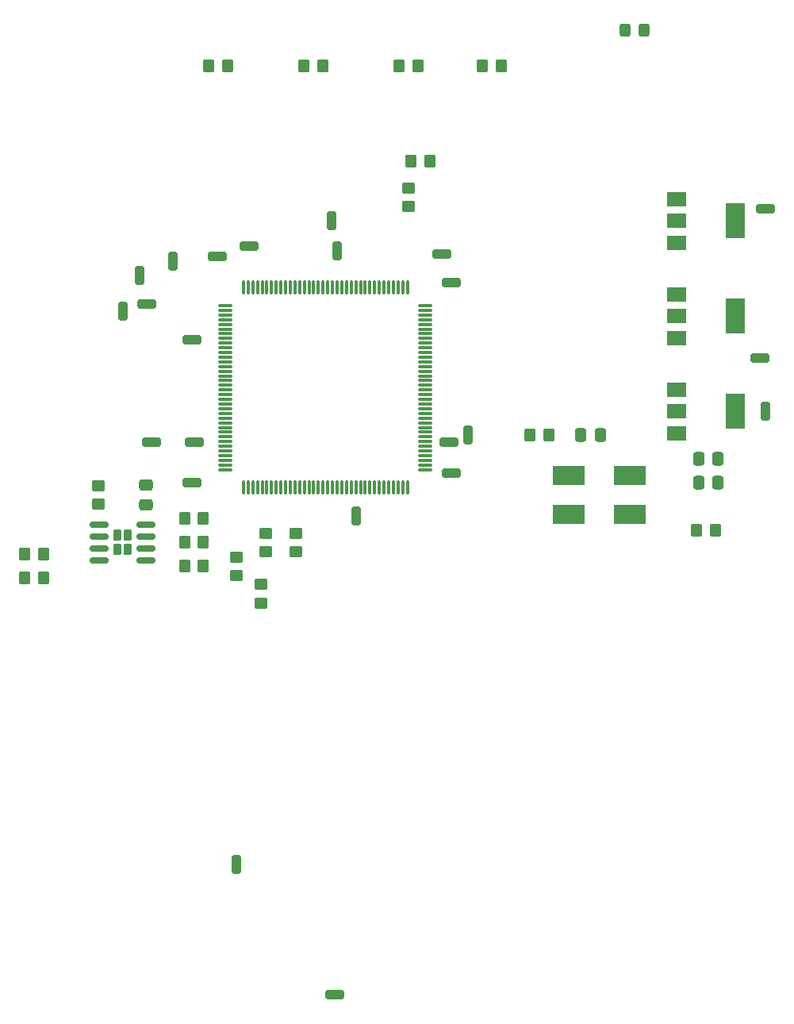
<source format=gbr>
%TF.GenerationSoftware,KiCad,Pcbnew,6.0.5-2.fc34*%
%TF.CreationDate,2022-08-16T02:23:23+03:00*%
%TF.ProjectId,spartan3,73706172-7461-46e3-932e-6b696361645f,rev?*%
%TF.SameCoordinates,Original*%
%TF.FileFunction,Paste,Bot*%
%TF.FilePolarity,Positive*%
%FSLAX46Y46*%
G04 Gerber Fmt 4.6, Leading zero omitted, Abs format (unit mm)*
G04 Created by KiCad (PCBNEW 6.0.5-2.fc34) date 2022-08-16 02:23:23*
%MOMM*%
%LPD*%
G01*
G04 APERTURE LIST*
G04 Aperture macros list*
%AMRoundRect*
0 Rectangle with rounded corners*
0 $1 Rounding radius*
0 $2 $3 $4 $5 $6 $7 $8 $9 X,Y pos of 4 corners*
0 Add a 4 corners polygon primitive as box body*
4,1,4,$2,$3,$4,$5,$6,$7,$8,$9,$2,$3,0*
0 Add four circle primitives for the rounded corners*
1,1,$1+$1,$2,$3*
1,1,$1+$1,$4,$5*
1,1,$1+$1,$6,$7*
1,1,$1+$1,$8,$9*
0 Add four rect primitives between the rounded corners*
20,1,$1+$1,$2,$3,$4,$5,0*
20,1,$1+$1,$4,$5,$6,$7,0*
20,1,$1+$1,$6,$7,$8,$9,0*
20,1,$1+$1,$8,$9,$2,$3,0*%
G04 Aperture macros list end*
%ADD10RoundRect,0.150000X0.825000X0.150000X-0.825000X0.150000X-0.825000X-0.150000X0.825000X-0.150000X0*%
%ADD11RoundRect,0.230000X0.230000X0.375000X-0.230000X0.375000X-0.230000X-0.375000X0.230000X-0.375000X0*%
%ADD12RoundRect,0.250000X-0.337500X-0.475000X0.337500X-0.475000X0.337500X0.475000X-0.337500X0.475000X0*%
%ADD13R,2.000000X1.500000*%
%ADD14R,2.000000X3.800000*%
%ADD15RoundRect,0.250000X0.250000X0.750000X-0.250000X0.750000X-0.250000X-0.750000X0.250000X-0.750000X0*%
%ADD16RoundRect,0.250000X0.350000X0.450000X-0.350000X0.450000X-0.350000X-0.450000X0.350000X-0.450000X0*%
%ADD17RoundRect,0.075000X0.662500X0.075000X-0.662500X0.075000X-0.662500X-0.075000X0.662500X-0.075000X0*%
%ADD18RoundRect,0.075000X0.075000X0.662500X-0.075000X0.662500X-0.075000X-0.662500X0.075000X-0.662500X0*%
%ADD19RoundRect,0.250000X-0.450000X0.350000X-0.450000X-0.350000X0.450000X-0.350000X0.450000X0.350000X0*%
%ADD20RoundRect,0.250000X-0.750000X0.250000X-0.750000X-0.250000X0.750000X-0.250000X0.750000X0.250000X0*%
%ADD21RoundRect,0.250000X0.750000X-0.250000X0.750000X0.250000X-0.750000X0.250000X-0.750000X-0.250000X0*%
%ADD22RoundRect,0.250000X-0.475000X0.337500X-0.475000X-0.337500X0.475000X-0.337500X0.475000X0.337500X0*%
%ADD23RoundRect,0.250000X0.337500X0.475000X-0.337500X0.475000X-0.337500X-0.475000X0.337500X-0.475000X0*%
%ADD24RoundRect,0.250000X0.325000X0.450000X-0.325000X0.450000X-0.325000X-0.450000X0.325000X-0.450000X0*%
%ADD25RoundRect,0.250000X0.450000X-0.350000X0.450000X0.350000X-0.450000X0.350000X-0.450000X-0.350000X0*%
%ADD26R,3.500000X2.000000*%
%ADD27RoundRect,0.250000X-0.250000X-0.750000X0.250000X-0.750000X0.250000X0.750000X-0.250000X0.750000X0*%
%ADD28RoundRect,0.250000X-0.350000X-0.450000X0.350000X-0.450000X0.350000X0.450000X-0.350000X0.450000X0*%
G04 APERTURE END LIST*
D10*
%TO.C,U_eeprom_0*%
X142240000Y-62865000D03*
X142240000Y-64135000D03*
X142240000Y-65405000D03*
X142240000Y-66675000D03*
X147190000Y-66675000D03*
X147190000Y-65405000D03*
X147190000Y-64135000D03*
X147190000Y-62865000D03*
D11*
X144145000Y-64020000D03*
X145285000Y-64020000D03*
X145285000Y-65520000D03*
X144145000Y-65520000D03*
%TD*%
D12*
%TO.C,C_clk_0*%
X206205000Y-55880000D03*
X208280000Y-55880000D03*
%TD*%
D13*
%TO.C,U_pwr_vcc_0*%
X203860000Y-32780000D03*
X203860000Y-30480000D03*
D14*
X210160000Y-30480000D03*
D13*
X203860000Y-28180000D03*
%TD*%
D15*
%TO.C,J_P128_0*%
X167005000Y-30480000D03*
%TD*%
D16*
%TO.C,R__eeprom_dq1_0*%
X153335000Y-64770000D03*
X151335000Y-64770000D03*
%TD*%
D17*
%TO.C,U_FPGA_0*%
X177032500Y-39510000D03*
X177032500Y-40010000D03*
X177032500Y-40510000D03*
X177032500Y-41010000D03*
X177032500Y-41510000D03*
X177032500Y-42010000D03*
X177032500Y-42510000D03*
X177032500Y-43010000D03*
X177032500Y-43510000D03*
X177032500Y-44010000D03*
X177032500Y-44510000D03*
X177032500Y-45010000D03*
X177032500Y-45510000D03*
X177032500Y-46010000D03*
X177032500Y-46510000D03*
X177032500Y-47010000D03*
X177032500Y-47510000D03*
X177032500Y-48010000D03*
X177032500Y-48510000D03*
X177032500Y-49010000D03*
X177032500Y-49510000D03*
X177032500Y-50010000D03*
X177032500Y-50510000D03*
X177032500Y-51010000D03*
X177032500Y-51510000D03*
X177032500Y-52010000D03*
X177032500Y-52510000D03*
X177032500Y-53010000D03*
X177032500Y-53510000D03*
X177032500Y-54010000D03*
X177032500Y-54510000D03*
X177032500Y-55010000D03*
X177032500Y-55510000D03*
X177032500Y-56010000D03*
X177032500Y-56510000D03*
X177032500Y-57010000D03*
D18*
X175120000Y-58922500D03*
X174620000Y-58922500D03*
X174120000Y-58922500D03*
X173620000Y-58922500D03*
X173120000Y-58922500D03*
X172620000Y-58922500D03*
X172120000Y-58922500D03*
X171620000Y-58922500D03*
X171120000Y-58922500D03*
X170620000Y-58922500D03*
X170120000Y-58922500D03*
X169620000Y-58922500D03*
X169120000Y-58922500D03*
X168620000Y-58922500D03*
X168120000Y-58922500D03*
X167620000Y-58922500D03*
X167120000Y-58922500D03*
X166620000Y-58922500D03*
X166120000Y-58922500D03*
X165620000Y-58922500D03*
X165120000Y-58922500D03*
X164620000Y-58922500D03*
X164120000Y-58922500D03*
X163620000Y-58922500D03*
X163120000Y-58922500D03*
X162620000Y-58922500D03*
X162120000Y-58922500D03*
X161620000Y-58922500D03*
X161120000Y-58922500D03*
X160620000Y-58922500D03*
X160120000Y-58922500D03*
X159620000Y-58922500D03*
X159120000Y-58922500D03*
X158620000Y-58922500D03*
X158120000Y-58922500D03*
X157620000Y-58922500D03*
D17*
X155707500Y-57010000D03*
X155707500Y-56510000D03*
X155707500Y-56010000D03*
X155707500Y-55510000D03*
X155707500Y-55010000D03*
X155707500Y-54510000D03*
X155707500Y-54010000D03*
X155707500Y-53510000D03*
X155707500Y-53010000D03*
X155707500Y-52510000D03*
X155707500Y-52010000D03*
X155707500Y-51510000D03*
X155707500Y-51010000D03*
X155707500Y-50510000D03*
X155707500Y-50010000D03*
X155707500Y-49510000D03*
X155707500Y-49010000D03*
X155707500Y-48510000D03*
X155707500Y-48010000D03*
X155707500Y-47510000D03*
X155707500Y-47010000D03*
X155707500Y-46510000D03*
X155707500Y-46010000D03*
X155707500Y-45510000D03*
X155707500Y-45010000D03*
X155707500Y-44510000D03*
X155707500Y-44010000D03*
X155707500Y-43510000D03*
X155707500Y-43010000D03*
X155707500Y-42510000D03*
X155707500Y-42010000D03*
X155707500Y-41510000D03*
X155707500Y-41010000D03*
X155707500Y-40510000D03*
X155707500Y-40010000D03*
X155707500Y-39510000D03*
D18*
X157620000Y-37597500D03*
X158120000Y-37597500D03*
X158620000Y-37597500D03*
X159120000Y-37597500D03*
X159620000Y-37597500D03*
X160120000Y-37597500D03*
X160620000Y-37597500D03*
X161120000Y-37597500D03*
X161620000Y-37597500D03*
X162120000Y-37597500D03*
X162620000Y-37597500D03*
X163120000Y-37597500D03*
X163620000Y-37597500D03*
X164120000Y-37597500D03*
X164620000Y-37597500D03*
X165120000Y-37597500D03*
X165620000Y-37597500D03*
X166120000Y-37597500D03*
X166620000Y-37597500D03*
X167120000Y-37597500D03*
X167620000Y-37597500D03*
X168120000Y-37597500D03*
X168620000Y-37597500D03*
X169120000Y-37597500D03*
X169620000Y-37597500D03*
X170120000Y-37597500D03*
X170620000Y-37597500D03*
X171120000Y-37597500D03*
X171620000Y-37597500D03*
X172120000Y-37597500D03*
X172620000Y-37597500D03*
X173120000Y-37597500D03*
X173620000Y-37597500D03*
X174120000Y-37597500D03*
X174620000Y-37597500D03*
X175120000Y-37597500D03*
%TD*%
D19*
%TO.C,R_M_0*%
X163195000Y-63770000D03*
X163195000Y-65770000D03*
%TD*%
D12*
%TO.C,C_clk_out_0*%
X193653500Y-53340000D03*
X195728500Y-53340000D03*
%TD*%
D16*
%TO.C,R_JTAG_TMS_0*%
X155940000Y-13970000D03*
X153940000Y-13970000D03*
%TD*%
D15*
%TO.C,J_TDO_0*%
X150114000Y-34798000D03*
%TD*%
D20*
%TO.C,J_P101_0*%
X152146000Y-43180000D03*
%TD*%
D19*
%TO.C,R_VS_0*%
X156845000Y-66310000D03*
X156845000Y-68310000D03*
%TD*%
D16*
%TO.C,R_JTAG_TDI_0*%
X185150000Y-13970000D03*
X183150000Y-13970000D03*
%TD*%
D21*
%TO.C,J_P114_0*%
X158242000Y-33147000D03*
%TD*%
D13*
%TO.C,U_pwr_aux_0*%
X203860000Y-53100000D03*
X203860000Y-50800000D03*
D14*
X210160000Y-50800000D03*
D13*
X203860000Y-48500000D03*
%TD*%
D19*
%TO.C,R_VS_2*%
X160020000Y-63770000D03*
X160020000Y-65770000D03*
%TD*%
D16*
%TO.C,R_JTAG_TDO_0*%
X176260000Y-13970000D03*
X174260000Y-13970000D03*
%TD*%
D20*
%TO.C,J_P78_0*%
X152400000Y-54102000D03*
%TD*%
D22*
%TO.C,C_eeprom_vcc_0*%
X147255000Y-58652500D03*
X147255000Y-60727500D03*
%TD*%
D23*
%TO.C,C_clk_1*%
X208280000Y-58420000D03*
X206205000Y-58420000D03*
%TD*%
D15*
%TO.C,J_VCC_aux_0*%
X213360000Y-50800000D03*
%TD*%
D20*
%TO.C,J_VCC_0*%
X213360000Y-29210000D03*
%TD*%
D16*
%TO.C,R_eeprom_w_0*%
X153335000Y-67310000D03*
X151335000Y-67310000D03*
%TD*%
D24*
%TO.C,F_pwr_0*%
X200415000Y-10160000D03*
X198365000Y-10160000D03*
%TD*%
D20*
%TO.C,J_P111_0*%
X154813000Y-34290000D03*
%TD*%
%TO.C,J_INIT_B_0*%
X167386000Y-113030000D03*
%TD*%
D16*
%TO.C,R_JTAG_TCK_0*%
X166100000Y-13970000D03*
X164100000Y-13970000D03*
%TD*%
D25*
%TO.C,R_HSWAP_EN_0*%
X175260000Y-28940000D03*
X175260000Y-26940000D03*
%TD*%
D16*
%TO.C,R_eeprom_spi_clk_pullup_0*%
X136255000Y-66040000D03*
X134255000Y-66040000D03*
%TD*%
D19*
%TO.C,R_eeprom_hold_0*%
X142175000Y-58690000D03*
X142175000Y-60690000D03*
%TD*%
D16*
%TO.C,R_clk_oe_0*%
X208010000Y-63500000D03*
X206010000Y-63500000D03*
%TD*%
D20*
%TO.C,J_VCC_core_0*%
X212725000Y-45085000D03*
%TD*%
D26*
%TO.C,X_clk_0*%
X198830000Y-61790000D03*
X192330000Y-61790000D03*
X192330000Y-57590000D03*
X198830000Y-57590000D03*
%TD*%
D15*
%TO.C,J_TCK_0*%
X146558000Y-36322000D03*
%TD*%
D16*
%TO.C,R_eeprom_s_0*%
X153335000Y-62230000D03*
X151335000Y-62230000D03*
%TD*%
D13*
%TO.C,U_pwr_vcc_core_0*%
X203860000Y-42940000D03*
X203860000Y-40640000D03*
D14*
X210160000Y-40640000D03*
D13*
X203860000Y-38340000D03*
%TD*%
D20*
%TO.C,J_P84_0*%
X147828000Y-54102000D03*
%TD*%
D19*
%TO.C,R_VS_1*%
X159512000Y-69231000D03*
X159512000Y-71231000D03*
%TD*%
D27*
%TO.C,J_P29_0*%
X181610000Y-53340000D03*
%TD*%
D20*
%TO.C,J_P107_0*%
X147320000Y-39370000D03*
%TD*%
%TO.C,J_DONE_0*%
X152146000Y-58420000D03*
%TD*%
D16*
%TO.C,R_clk_out_0*%
X190230000Y-53340000D03*
X188230000Y-53340000D03*
%TD*%
D20*
%TO.C,J_PROG_B_0*%
X179832000Y-37084000D03*
%TD*%
D28*
%TO.C,R_PROG_B_0*%
X175530000Y-24130000D03*
X177530000Y-24130000D03*
%TD*%
D15*
%TO.C,J_P48_0*%
X169672000Y-61976000D03*
%TD*%
%TO.C,J_P129_0*%
X167640000Y-33655000D03*
%TD*%
D20*
%TO.C,J_P36_0*%
X179832000Y-57404000D03*
%TD*%
D16*
%TO.C,R_eeprom_spi_clk_pulldown_0*%
X136255000Y-68580000D03*
X134255000Y-68580000D03*
%TD*%
D15*
%TO.C,J_DOUT_BUSY_0*%
X156900000Y-99100000D03*
%TD*%
%TO.C,J_TMS_0*%
X144780000Y-40132000D03*
%TD*%
D20*
%TO.C,J_TDI_0*%
X178816000Y-34036000D03*
%TD*%
D21*
%TO.C,J_P31_0*%
X179578000Y-54102000D03*
%TD*%
M02*

</source>
